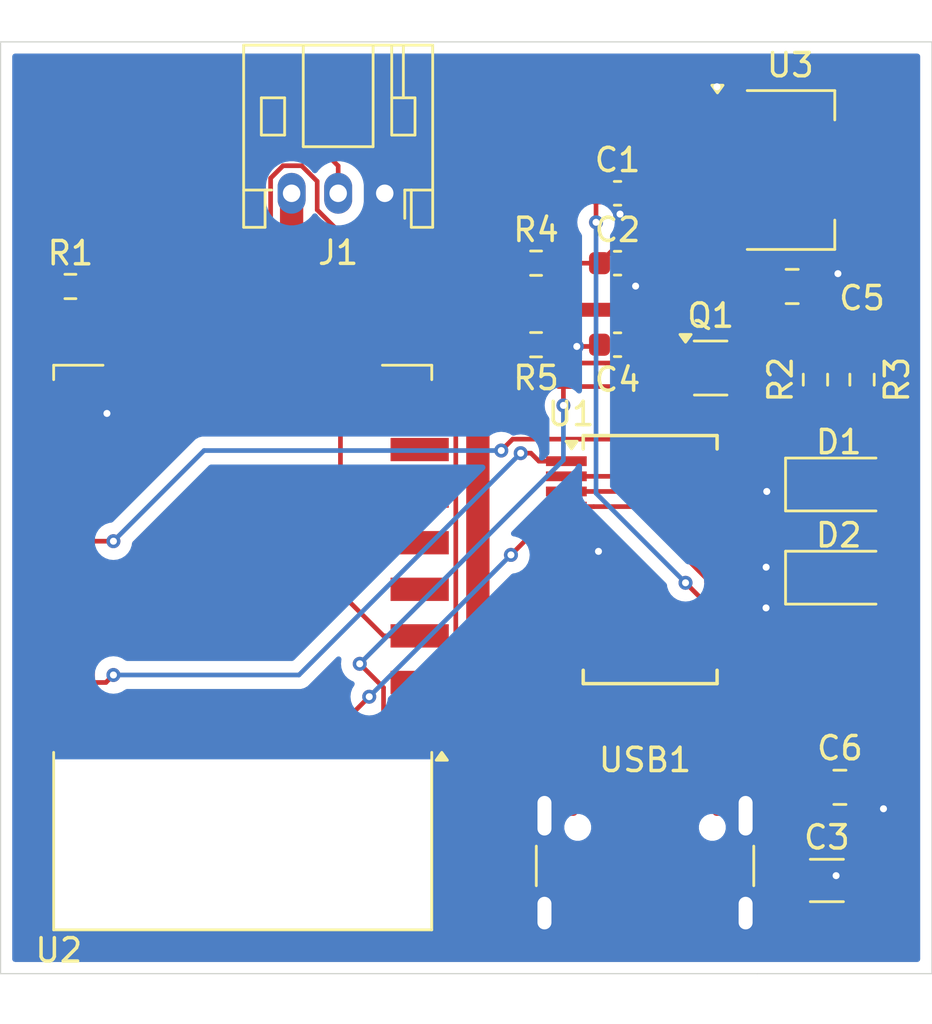
<source format=kicad_pcb>
(kicad_pcb (version 20240108) (generator "pcbnew") (generator_version "8.0")
  (layers (0 "F.Cu" signal) (31 "B.Cu" signal) (34 "B.Paste" user) (35 "F.Paste" user) (36 "B.SilkS" user "B.Silkscreen") (37 "F.SilkS" user "F.Silkscreen") (38 "B.Mask" user) (39 "F.Mask" user) (44 "Edge.Cuts" user))
  (net 0 "")
  (net 1 "GND")
  (net 2 "Net-(J1-Pin_2)")
  (net 3 "+5V")
  (net 4 "Net-(U1-3V3OUT)")
  (net 5 "+3V3")
  (net 6 "Net-(D1-A)")
  (net 7 "Net-(D1-K)")
  (net 8 "Net-(D2-A)")
  (net 9 "Net-(D2-K)")
  (net 10 "RTS")
  (net 11 "Net-(Q1B-C2)")
  (net 12 "DTR")
  (net 13 "Net-(Q1A-C1)")
  (net 14 "Net-(U2-GPIO5)")
  (net 15 "Net-(U2-EN)")
  (net 16 "Net-(USB1-CC2)")
  (net 17 "Net-(USB1-CC1)")
  (net 19 "TX")
  (net 23 "USBD-")
  (net 24 "RX")
  (net 27 "USBD+")
  (footprint "Capacitor_SMD:C_0805_2012Metric" (layer "F.Cu") (at 178 91.5)
    (property "Reference" "C5" (at 3 0.5 0) (layer "F.SilkS"))
    (property "Value" "2.2u")
    (fp_line (start -0.261252 -0.735) (end 0.261252 -0.735) (stroke (width 0.12)) (layer "F.SilkS"))
    (fp_line (start -0.261252 0.735) (end 0.261252 0.735) (stroke (width 0.12)) (layer "F.SilkS"))
    (pad "1" smd roundrect (at -0.95 0) (size 1 1.45) (layers "F.Cu" "F.Paste" "F.Mask") (net 3 "+5V"))
    (pad "2" smd roundrect (at 0.95 0) (size 1 1.45) (layers "F.Cu" "F.Paste" "F.Mask") (net 1 "GND"))
  )
  (footprint "Resistor_SMD:R_0603_1608Metric" (layer "F.Cu") (at 179 95.5 90)
    (property "Reference" "R2" (at 0 -1.5 -90) (layer "F.SilkS"))
    (property "Value" "100")
    (fp_line (start -0.237258 -0.5225) (end 0.237258 -0.5225) (stroke (width 0.12)) (layer "F.SilkS"))
    (fp_line (start -0.237258 0.5225) (end 0.237258 0.5225) (stroke (width 0.12)) (layer "F.SilkS"))
    (pad "1" smd roundrect (at -0.825 0 90) (size 0.8 0.95) (layers "F.Cu" "F.Paste" "F.Mask") (net 6 "Net-(D1-A)"))
    (pad "2" smd roundrect (at 0.825 0 90) (size 0.8 0.95) (layers "F.Cu" "F.Paste" "F.Mask") (net 5 "+3V3"))
  )
  (footprint "Resistor_SMD:R_0603_1608Metric" (layer "F.Cu") (at 167 94 180)
    (property "Reference" "R5" (at 0 -1.43 0) (layer "F.SilkS"))
    (property "Value" "10K")
    (fp_line (start -0.237258 0.5225) (end 0.237258 0.5225) (stroke (width 0.12)) (layer "F.SilkS"))
    (fp_line (start -0.237258 -0.5225) (end 0.237258 -0.5225) (stroke (width 0.12)) (layer "F.SilkS"))
    (pad "1" smd roundrect (at -0.825 0 180) (size 0.8 0.95) (layers "F.Cu" "F.Paste" "F.Mask") (net 5 "+3V3"))
    (pad "2" smd roundrect (at 0.825 0 180) (size 0.8 0.95) (layers "F.Cu" "F.Paste" "F.Mask") (net 13 "Net-(Q1A-C1)"))
  )
  (footprint "Connector_USB:USB_C_Receptacle_GCT_USB4105-xx-A_16P_TopMnt_Horizontal" (layer "F.Cu") (at 171.68 117.325)
    (property "Reference" "USB1" (at 0 -5.5 0) (layer "F.SilkS"))
    (property "Value" "USB4105-GF-A")
    (fp_line (start -4.67 -0.1) (end -4.67 -1.8) (stroke (width 0.12)) (layer "F.SilkS"))
    (fp_line (start 4.67 -0.1) (end 4.67 -1.8) (stroke (width 0.12)) (layer "F.SilkS"))
    (pad "" np_thru_hole circle (at -2.89 -2.605) (size 0.65 0.65) (drill 0.65) (layers "F&B.Cu" "*.Mask"))
    (pad "" np_thru_hole circle (at 2.89 -2.605) (size 0.65 0.65) (drill 0.65) (layers "F&B.Cu" "*.Mask"))
    (pad "A1" smd roundrect (at -3.2 -3.68) (size 0.58 1.15) (layers "F.Cu" "F.Paste" "F.Mask") (net 1 "GND"))
    (pad "A4" smd roundrect (at -2.4 -3.68) (size 0.58 1.15) (layers "F.Cu" "F.Paste" "F.Mask") (net 3 "+5V"))
    (pad "A5" smd roundrect (at -1.25 -3.68) (size 0.28 1.15) (layers "F.Cu" "F.Paste" "F.Mask") (net 17 "Net-(USB1-CC1)"))
    (pad "A6" smd roundrect (at -0.25 -3.68) (size 0.28 1.15) (layers "F.Cu" "F.Paste" "F.Mask") (net 27 "USBD+"))
    (pad "A7" smd roundrect (at 0.25 -3.68) (size 0.28 1.15) (layers "F.Cu" "F.Paste" "F.Mask") (net 23 "USBD-"))
    (pad "A8" smd roundrect (at 1.25 -3.68) (size 0.28 1.15) (layers "F.Cu" "F.Paste" "F.Mask"))
    (pad "A9" smd roundrect (at 2.4 -3.68) (size 0.58 1.15) (layers "F.Cu" "F.Paste" "F.Mask") (net 3 "+5V"))
    (pad "A12" smd roundrect (at 3.2 -3.68) (size 0.58 1.15) (layers "F.Cu" "F.Paste" "F.Mask") (net 1 "GND"))
    (pad "B1" smd roundrect (at 3.2 -3.68) (size 0.58 1.15) (layers "F.Cu" "F.Paste" "F.Mask") (net 1 "GND"))
    (pad "B4" smd roundrect (at 2.4 -3.68) (size 0.58 1.15) (layers "F.Cu" "F.Paste" "F.Mask") (net 3 "+5V"))
    (pad "B5" smd roundrect (at 1.75 -3.68) (size 0.28 1.15) (layers "F.Cu" "F.Paste" "F.Mask") (net 16 "Net-(USB1-CC2)"))
    (pad "B6" smd roundrect (at 0.75 -3.68) (size 0.28 1.15) (layers "F.Cu" "F.Paste" "F.Mask") (net 27 "USBD+"))
    (pad "B7" smd roundrect (at -0.75 -3.68) (size 0.28 1.15) (layers "F.Cu" "F.Paste" "F.Mask") (net 23 "USBD-"))
    (pad "B8" smd roundrect (at -1.75 -3.68) (size 0.28 1.15) (layers "F.Cu" "F.Paste" "F.Mask"))
    (pad "B9" smd roundrect (at -2.4 -3.68) (size 0.58 1.15) (layers "F.Cu" "F.Paste" "F.Mask") (net 3 "+5V"))
    (pad "B12" smd roundrect (at -3.2 -3.68) (size 0.58 1.15) (layers "F.Cu" "F.Paste" "F.Mask") (net 1 "GND"))
    (pad "S1" thru_hole oval (at -4.32 -3.105) (size 1 2.1) (drill oval 0.6 1.7) (layers "*.Cu" "*.Mask" "F.Paste") (net 1 "GND"))
    (pad "S1" thru_hole oval (at -4.32 1.075) (size 1 1.8) (drill oval 0.6 1.4) (layers "*.Cu" "*.Mask" "F.Paste") (net 1 "GND"))
    (pad "S1" thru_hole oval (at 4.32 -3.105) (size 1 2.1) (drill oval 0.6 1.7) (layers "*.Cu" "*.Mask" "F.Paste") (net 1 "GND"))
    (pad "S1" thru_hole oval (at 4.32 1.075) (size 1 1.8) (drill oval 0.6 1.4) (layers "*.Cu" "*.Mask" "F.Paste") (net 1 "GND"))
  )
  (footprint "Capacitor_SMD:C_0603_1608Metric" (layer "F.Cu") (at 170.5 87.5)
    (property "Reference" "C1" (at 0 -1.43 0) (layer "F.SilkS"))
    (property "Value" "100n")
    (fp_line (start -0.14058 -0.51) (end 0.14058 -0.51) (stroke (width 0.12)) (layer "F.SilkS"))
    (fp_line (start -0.14058 0.51) (end 0.14058 0.51) (stroke (width 0.12)) (layer "F.SilkS"))
    (pad "1" smd roundrect (at -0.775 0) (size 0.9 0.95) (layers "F.Cu" "F.Paste" "F.Mask") (net 4 "Net-(U1-3V3OUT)"))
    (pad "2" smd roundrect (at 0.775 0) (size 0.9 0.95) (layers "F.Cu" "F.Paste" "F.Mask") (net 1 "GND"))
  )
  (footprint "LED_SMD:LED_1206_3216Metric" (layer "F.Cu") (at 180 100)
    (property "Reference" "D1" (at 0 -1.82 0) (layer "F.SilkS"))
    (property "Value" "LED")
    (fp_line (start -2.285 -1.135) (end -2.285 1.135) (stroke (width 0.12)) (layer "F.SilkS"))
    (fp_line (start -2.285 1.135) (end 1.6 1.135) (stroke (width 0.12)) (layer "F.SilkS"))
    (fp_line (start 1.6 -1.135) (end -2.285 -1.135) (stroke (width 0.12)) (layer "F.SilkS"))
    (pad "1" smd roundrect (at -1.4 0) (size 1.25 1.75) (layers "F.Cu" "F.Paste" "F.Mask") (roundrect_rratio 0.2) (net 7 "Net-(D1-K)"))
    (pad "2" smd roundrect (at 1.4 0) (size 1.25 1.75) (layers "F.Cu" "F.Paste" "F.Mask") (roundrect_rratio 0.2) (net 6 "Net-(D1-A)"))
  )
  (footprint "Package_SO:SSOP-28_5.3x10.2mm_P0.65mm" (layer "F.Cu") (at 171.9 103.225)
    (property "Reference" "U1" (at -3.4 -6.25 0) (layer "F.SilkS"))
    (property "Value" "FT232RNL")
    (fp_line (start -2.875 -5.325) (end -2.875 -4.75) (stroke (width 0.15)) (layer "F.SilkS"))
    (fp_line (start -2.875 -5.325) (end 2.875 -5.325) (stroke (width 0.15)) (layer "F.SilkS"))
    (fp_line (start -2.875 4.75) (end -2.875 5.325) (stroke (width 0.15)) (layer "F.SilkS"))
    (fp_line (start -2.875 5.325) (end 2.875 5.325) (stroke (width 0.15)) (layer "F.SilkS"))
    (fp_line (start 2.875 -5.325) (end 2.875 -4.75) (stroke (width 0.15)) (layer "F.SilkS"))
    (fp_line (start 2.875 4.75) (end 2.875 5.325) (stroke (width 0.15)) (layer "F.SilkS"))
    (fp_poly (pts (xy -3.375 -4.75) (xy -3.615 -5.08) (xy -3.135 -5.08) (xy -3.375 -4.75)) (stroke (width 0.12)) (fill solid) (layer "F.SilkS"))
    (pad "1" smd rect (at -3.6 -4.225) (size 1.75 0.42) (layers "F.Cu" "F.Paste" "F.Mask") (net 24 "RX"))
    (pad "2" smd rect (at -3.6 -3.575) (size 1.75 0.42) (layers "F.Cu" "F.Paste" "F.Mask") (net 12 "DTR"))
    (pad "3" smd rect (at -3.6 -2.925) (size 1.75 0.42) (layers "F.Cu" "F.Paste" "F.Mask") (net 10 "RTS"))
    (pad "4" smd rect (at -3.6 -2.275) (size 1.75 0.42) (layers "F.Cu" "F.Paste" "F.Mask") (net 5 "+3V3"))
    (pad "5" smd rect (at -3.6 -1.625) (size 1.75 0.42) (layers "F.Cu" "F.Paste" "F.Mask") (net 19 "TX"))
    (pad "6" smd rect (at -3.6 -0.975) (size 1.75 0.42) (layers "F.Cu" "F.Paste" "F.Mask"))
    (pad "7" smd rect (at -3.6 -0.325) (size 1.75 0.42) (layers "F.Cu" "F.Paste" "F.Mask") (net 1 "GND"))
    (pad "8" smd rect (at -3.6 0.325) (size 1.75 0.42) (layers "F.Cu" "F.Paste" "F.Mask"))
    (pad "9" smd rect (at -3.6 0.975) (size 1.75 0.42) (layers "F.Cu" "F.Paste" "F.Mask"))
    (pad "10" smd rect (at -3.6 1.625) (size 1.75 0.42) (layers "F.Cu" "F.Paste" "F.Mask"))
    (pad "11" smd rect (at -3.6 2.275) (size 1.75 0.42) (layers "F.Cu" "F.Paste" "F.Mask"))
    (pad "12" smd rect (at -3.6 2.925) (size 1.75 0.42) (layers "F.Cu" "F.Paste" "F.Mask"))
    (pad "13" smd rect (at -3.6 3.575) (size 1.75 0.42) (layers "F.Cu" "F.Paste" "F.Mask"))
    (pad "14" smd rect (at -3.6 4.225) (size 1.75 0.42) (layers "F.Cu" "F.Paste" "F.Mask"))
    (pad "15" smd rect (at 3.6 4.225) (size 1.75 0.42) (layers "F.Cu" "F.Paste" "F.Mask") (net 27 "USBD+"))
    (pad "16" smd rect (at 3.6 3.575) (size 1.75 0.42) (layers "F.Cu" "F.Paste" "F.Mask") (net 23 "USBD-"))
    (pad "17" smd rect (at 3.6 2.925) (size 1.75 0.42) (layers "F.Cu" "F.Paste" "F.Mask") (net 4 "Net-(U1-3V3OUT)"))
    (pad "18" smd rect (at 3.6 2.275) (size 1.75 0.42) (layers "F.Cu" "F.Paste" "F.Mask") (net 1 "GND"))
    (pad "19" smd rect (at 3.6 1.625) (size 1.75 0.42) (layers "F.Cu" "F.Paste" "F.Mask") (net 4 "Net-(U1-3V3OUT)"))
    (pad "20" smd rect (at 3.6 0.975) (size 1.75 0.42) (layers "F.Cu" "F.Paste" "F.Mask") (net 5 "+3V3"))
    (pad "21" smd rect (at 3.6 0.325) (size 1.75 0.42) (layers "F.Cu" "F.Paste" "F.Mask") (net 1 "GND"))
    (pad "22" smd rect (at 3.6 -0.325) (size 1.75 0.42) (layers "F.Cu" "F.Paste" "F.Mask") (net 7 "Net-(D1-K)"))
    (pad "23" smd rect (at 3.6 -0.975) (size 1.75 0.42) (layers "F.Cu" "F.Paste" "F.Mask") (net 9 "Net-(D2-K)"))
    (pad "24" smd rect (at 3.6 -1.625) (size 1.75 0.42) (layers "F.Cu" "F.Paste" "F.Mask"))
    (pad "25" smd rect (at 3.6 -2.275) (size 1.75 0.42) (layers "F.Cu" "F.Paste" "F.Mask") (net 1 "GND"))
    (pad "26" smd rect (at 3.6 -2.925) (size 1.75 0.42) (layers "F.Cu" "F.Paste" "F.Mask") (net 1 "GND"))
    (pad "27" smd rect (at 3.6 -3.575) (size 1.75 0.42) (layers "F.Cu" "F.Paste" "F.Mask"))
    (pad "28" smd rect (at 3.6 -4.225) (size 1.75 0.42) (layers "F.Cu" "F.Paste" "F.Mask"))
  )
  (footprint "Capacitor_SMD:C_1206_3216Metric" (layer "F.Cu") (at 179.49 117)
    (property "Reference" "C3" (at 0 -1.85 0) (layer "F.SilkS"))
    (property "Value" "10u")
    (fp_line (start -0.711252 -0.91) (end 0.711252 -0.91) (stroke (width 0.12)) (layer "F.SilkS"))
    (fp_line (start -0.711252 0.91) (end 0.711252 0.91) (stroke (width 0.12)) (layer "F.SilkS"))
    (pad "1" smd roundrect (at -1.475 0) (size 1.15 1.8) (layers "F.Cu" "F.Paste" "F.Mask") (roundrect_rratio 0.217391) (net 5 "+3V3"))
    (pad "2" smd roundrect (at 1.475 0) (size 1.15 1.8) (layers "F.Cu" "F.Paste" "F.Mask") (roundrect_rratio 0.217391) (net 1 "GND"))
  )
  (footprint "Capacitor_SMD:C_0805_2012Metric" (layer "F.Cu") (at 180.05 113)
    (property "Reference" "C6" (at 0 -1.68 0) (layer "F.SilkS"))
    (property "Value" "2.2u")
    (fp_line (start -0.261252 -0.735) (end 0.261252 -0.735) (stroke (width 0.12)) (layer "F.SilkS"))
    (fp_line (start -0.261252 0.735) (end 0.261252 0.735) (stroke (width 0.12)) (layer "F.SilkS"))
    (pad "1" smd roundrect (at -0.95 0) (size 1 1.45) (layers "F.Cu" "F.Paste" "F.Mask") (net 5 "+3V3"))
    (pad "2" smd roundrect (at 0.95 0) (size 1 1.45) (layers "F.Cu" "F.Paste" "F.Mask") (net 1 "GND"))
  )
  (footprint "Resistor_SMD:R_0603_1608Metric" (layer "F.Cu") (at 167 90.5)
    (property "Reference" "R4" (at 0 -1.43 0) (layer "F.SilkS"))
    (property "Value" "10K")
    (fp_line (start -0.237258 -0.5225) (end 0.237258 -0.5225) (stroke (width 0.12)) (layer "F.SilkS"))
    (fp_line (start -0.237258 0.5225) (end 0.237258 0.5225) (stroke (width 0.12)) (layer "F.SilkS"))
    (pad "1" smd roundrect (at -0.825 0) (size 0.8 0.95) (layers "F.Cu" "F.Paste" "F.Mask") (net 15 "Net-(U2-EN)"))
    (pad "2" smd roundrect (at 0.825 0) (size 0.8 0.95) (layers "F.Cu" "F.Paste" "F.Mask") (net 5 "+3V3"))
  )
  (footprint "Connector_JST:JST_PH_S3B-PH-K_1x03_P2.00mm_Horizontal" (layer "F.Cu") (at 160.5 87.5 180)
    (property "Reference" "J1" (at 2 -2.55 0) (layer "F.SilkS"))
    (property "Value" "Conn_01x03_Pin")
    (fp_line (start 6.06 6.36) (end 6.06 -1.46) (stroke (width 0.12)) (layer "F.SilkS"))
    (fp_line (start 6.06 0.14) (end 5.14 0.14) (stroke (width 0.12)) (layer "F.SilkS"))
    (fp_line (start 6.06 -1.46) (end 5.14 -1.46) (stroke (width 0.12)) (layer "F.SilkS"))
    (fp_line (start 5.3 4.1) (end 4.3 4.1) (stroke (width 0.12)) (layer "F.SilkS"))
    (fp_line (start 5.3 2.5) (end 5.3 4.1) (stroke (width 0.12)) (layer "F.SilkS"))
    (fp_line (start 5.14 0.14) (end 4.86 0.14) (stroke (width 0.12)) (layer "F.SilkS"))
    (fp_line (start 5.14 -1.46) (end 5.14 0.14) (stroke (width 0.12)) (layer "F.SilkS"))
    (fp_line (start 4.3 4.1) (end 4.3 2.5) (stroke (width 0.12)) (layer "F.SilkS"))
    (fp_line (start 4.3 2.5) (end 5.3 2.5) (stroke (width 0.12)) (layer "F.SilkS"))
    (fp_line (start 3.5 2) (end 3.5 6.36) (stroke (width 0.12)) (layer "F.SilkS"))
    (fp_line (start 0.5 6.36) (end 0.5 2) (stroke (width 0.12)) (layer "F.SilkS"))
    (fp_line (start 0.5 2) (end 3.5 2) (stroke (width 0.12)) (layer "F.SilkS"))
    (fp_line (start -0.3 4.1) (end -0.3 6.36) (stroke (width 0.12)) (layer "F.SilkS"))
    (fp_line (start -0.3 4.1) (end -0.3 2.5) (stroke (width 0.12)) (layer "F.SilkS"))
    (fp_line (start -0.3 2.5) (end -1.3 2.5) (stroke (width 0.12)) (layer "F.SilkS"))
    (fp_line (start -0.8 4.1) (end -0.8 6.36) (stroke (width 0.12)) (layer "F.SilkS"))
    (fp_line (start -0.86 0.14) (end -0.86 -1.075) (stroke (width 0.12)) (layer "F.SilkS"))
    (fp_line (start -0.86 0.14) (end -1.14 0.14) (stroke (width 0.12)) (layer "F.SilkS"))
    (fp_line (start -1.14 0.14) (end -1.14 -1.46) (stroke (width 0.12)) (layer "F.SilkS"))
    (fp_line (start -1.14 -1.46) (end -2.06 -1.46) (stroke (width 0.12)) (layer "F.SilkS"))
    (fp_line (start -1.3 4.1) (end -0.3 4.1) (stroke (width 0.12)) (layer "F.SilkS"))
    (fp_line (start -1.3 2.5) (end -1.3 4.1) (stroke (width 0.12)) (layer "F.SilkS"))
    (fp_line (start -2.06 6.36) (end 6.06 6.36) (stroke (width 0.12)) (layer "F.SilkS"))
    (fp_line (start -2.06 0.14) (end -1.14 0.14) (stroke (width 0.12)) (layer "F.SilkS"))
    (fp_line (start -2.06 -1.46) (end -2.06 6.36) (stroke (width 0.12)) (layer "F.SilkS"))
    (pad "1" thru_hole roundrect (at 0 0 180) (size 1.2 1.75) (drill 0.75) (layers "*.Cu" "*.Mask") (roundrect_rratio 0.208333) (net 1 "GND"))
    (pad "2" thru_hole oval (at 2 0 180) (size 1.2 1.75) (drill 0.75) (layers "*.Cu" "*.Mask") (net 2 "Net-(J1-Pin_2)"))
    (pad "3" thru_hole oval (at 4 0 180) (size 1.2 1.75) (drill 0.75) (layers "*.Cu" "*.Mask") (net 3 "+5V"))
  )
  (footprint "LED_SMD:LED_1206_3216Metric" (layer "F.Cu") (at 180 104)
    (property "Reference" "D2" (at 0 -1.82 0) (layer "F.SilkS"))
    (property "Value" "LED")
    (fp_line (start -2.285 -1.135) (end -2.285 1.135) (stroke (width 0.12)) (layer "F.SilkS"))
    (fp_line (start -2.285 1.135) (end 1.6 1.135) (stroke (width 0.12)) (layer "F.SilkS"))
    (fp_line (start 1.6 -1.135) (end -2.285 -1.135) (stroke (width 0.12)) (layer "F.SilkS"))
    (pad "1" smd roundrect (at -1.4 0) (size 1.25 1.75) (layers "F.Cu" "F.Paste" "F.Mask") (roundrect_rratio 0.2) (net 9 "Net-(D2-K)"))
    (pad "2" smd roundrect (at 1.4 0) (size 1.25 1.75) (layers "F.Cu" "F.Paste" "F.Mask") (roundrect_rratio 0.2) (net 8 "Net-(D2-A)"))
  )
  (footprint "Package_TO_SOT_SMD:SOT-363_SC-70-6" (layer "F.Cu") (at 174.5 95)
    (property "Reference" "Q1" (at 0 -2.25 0) (layer "F.SilkS"))
    (property "Value" "UMH3N")
    (fp_line (start -0.71 -1.16) (end 0.7 -1.16) (stroke (width 0.12)) (layer "F.SilkS"))
    (fp_line (start -0.7 1.16) (end 0.7 1.16) (stroke (width 0.12)) (layer "F.SilkS"))
    (fp_poly (pts (xy -1.08 -1.11) (xy -1.32 -1.44) (xy -0.84 -1.44) (xy -1.08 -1.11)) (stroke (width 0.12)) (fill solid) (layer "F.SilkS"))
    (pad "1" smd roundrect (at -0.95 -0.65) (size 0.65 0.4) (layers "F.Cu" "F.Paste" "F.Mask") (net 10 "RTS"))
    (pad "2" smd roundrect (at -0.95 0) (size 0.65 0.4) (layers "F.Cu" "F.Paste" "F.Mask") (net 12 "DTR"))
    (pad "3" smd roundrect (at -0.95 0.65) (size 0.65 0.4) (layers "F.Cu" "F.Paste" "F.Mask") (net 11 "Net-(Q1B-C2)"))
    (pad "4" smd roundrect (at 0.95 0.65) (size 0.65 0.4) (layers "F.Cu" "F.Paste" "F.Mask") (net 12 "DTR"))
    (pad "5" smd roundrect (at 0.95 0) (size 0.65 0.4) (layers "F.Cu" "F.Paste" "F.Mask") (net 10 "RTS"))
    (pad "6" smd roundrect (at 0.95 -0.65) (size 0.65 0.4) (layers "F.Cu" "F.Paste" "F.Mask") (net 13 "Net-(Q1A-C1)"))
  )
  (footprint "Resistor_SMD:R_0603_1608Metric" (layer "F.Cu") (at 147 91.5)
    (property "Reference" "R1" (at 0 -1.43 0) (layer "F.SilkS"))
    (property "Value" "330")
    (fp_line (start -0.237258 -0.5225) (end 0.237258 -0.5225) (stroke (width 0.12)) (layer "F.SilkS"))
    (fp_line (start -0.237258 0.5225) (end 0.237258 0.5225) (stroke (width 0.12)) (layer "F.SilkS"))
    (pad "1" smd roundrect (at -0.825 0) (size 0.8 0.95) (layers "F.Cu" "F.Paste" "F.Mask") (net 14 "Net-(U2-GPIO5)"))
    (pad "2" smd roundrect (at 0.825 0) (size 0.8 0.95) (layers "F.Cu" "F.Paste" "F.Mask") (net 2 "Net-(J1-Pin_2)"))
  )
  (footprint "Resistor_SMD:R_0603_1608Metric" (layer "F.Cu") (at 181 95.5 90)
    (property "Reference" "R3" (at 0 1.5 90) (layer "F.SilkS"))
    (property "Value" "100")
    (fp_line (start -0.237258 -0.5225) (end 0.237258 -0.5225) (stroke (width 0.12)) (layer "F.SilkS"))
    (fp_line (start -0.237258 0.5225) (end 0.237258 0.5225) (stroke (width 0.12)) (layer "F.SilkS"))
    (pad "1" smd roundrect (at -0.825 0 90) (size 0.8 0.95) (layers "F.Cu" "F.Paste" "F.Mask") (net 8 "Net-(D2-A)"))
    (pad "2" smd roundrect (at 0.825 0 90) (size 0.8 0.95) (layers "F.Cu" "F.Paste" "F.Mask") (net 5 "+3V3"))
  )
  (footprint "Capacitor_SMD:C_0603_1608Metric" (layer "F.Cu") (at 170.5 90.5)
    (property "Reference" "C2" (at 0 -1.43 0) (layer "F.SilkS"))
    (property "Value" "100n")
    (fp_line (start -0.14058 -0.51) (end 0.14058 -0.51) (stroke (width 0.12)) (layer "F.SilkS"))
    (fp_line (start -0.14058 0.51) (end 0.14058 0.51) (stroke (width 0.12)) (layer "F.SilkS"))
    (pad "1" smd roundrect (at -0.775 0) (size 0.9 0.95) (layers "F.Cu" "F.Paste" "F.Mask") (net 5 "+3V3"))
    (pad "2" smd roundrect (at 0.775 0) (size 0.9 0.95) (layers "F.Cu" "F.Paste" "F.Mask") (net 1 "GND"))
  )
  (footprint "Capacitor_SMD:C_0603_1608Metric" (layer "F.Cu") (at 170.5 94)
    (property "Reference" "C4" (at 0 1.5 0) (layer "F.SilkS"))
    (property "Value" "100n")
    (fp_line (start -0.14058 -0.51) (end 0.14058 -0.51) (stroke (width 0.12)) (layer "F.SilkS"))
    (fp_line (start -0.14058 0.51) (end 0.14058 0.51) (stroke (width 0.12)) (layer "F.SilkS"))
    (pad "1" smd roundrect (at -0.775 0) (size 0.9 0.95) (layers "F.Cu" "F.Paste" "F.Mask") (net 1 "GND"))
    (pad "2" smd roundrect (at 0.775 0) (size 0.9 0.95) (layers "F.Cu" "F.Paste" "F.Mask") (net 5 "+3V3"))
  )
  (footprint "RF_Module:ESP-12E" (layer "F.Cu") (at 154.4 107 180)
    (property "Reference" "U2" (at 7.9 -13 0) (layer "F.SilkS"))
    (property "Value" "ESP-12F")
    (fp_line (start 8.12 12.12) (end 6 12.12) (stroke (width 0.12)) (layer "F.SilkS"))
    (fp_line (start 8.12 11.5) (end 8.12 12.12) (stroke (width 0.12)) (layer "F.SilkS"))
    (fp_line (start 8.12 -12.12) (end 8.12 -4.5) (stroke (width 0.12)) (layer "F.SilkS"))
    (fp_line (start -6 12.12) (end -8.12 12.12) (stroke (width 0.12)) (layer "F.SilkS"))
    (fp_line (start -8.12 12.12) (end -8.12 11.5) (stroke (width 0.12)) (layer "F.SilkS"))
    (fp_line (start -8.12 -4.5) (end -8.12 -12.12) (stroke (width 0.12)) (layer "F.SilkS"))
    (fp_line (start -8.12 -12.12) (end 8.12 -12.12) (stroke (width 0.12)) (layer "F.SilkS"))
    (fp_poly (pts (xy -8.55 -4.5) (xy -8.79 -4.836) (xy -8.31 -4.836) (xy -8.55 -4.5)) (stroke (width 0.12)) (fill solid) (layer "F.SilkS"))
    (pad "1" smd rect (at -7.6 -3.5 180) (size 2.5 1) (layers "F.Cu" "F.Paste" "F.Mask") (net 13 "Net-(Q1A-C1)"))
    (pad "2" smd rect (at -7.6 -1.5 180) (size 2.5 1) (layers "F.Cu" "F.Paste" "F.Mask"))
    (pad "3" smd rect (at -7.6 0.5 180) (size 2.5 1) (layers "F.Cu" "F.Paste" "F.Mask") (net 15 "Net-(U2-EN)"))
    (pad "4" smd rect (at -7.6 2.5 180) (size 2.5 1) (layers "F.Cu" "F.Paste" "F.Mask"))
    (pad "5" smd rect (at -7.6 4.5 180) (size 2.5 1) (layers "F.Cu" "F.Paste" "F.Mask"))
    (pad "6" smd rect (at -7.6 6.5 180) (size 2.5 1) (layers "F.Cu" "F.Paste" "F.Mask"))
    (pad "7" smd rect (at -7.6 8.5 180) (size 2.5 1) (layers "F.Cu" "F.Paste" "F.Mask"))
    (pad "8" smd rect (at -7.6 10.5 180) (size 2.5 1) (layers "F.Cu" "F.Paste" "F.Mask") (net 5 "+3V3"))
    (pad "9" smd rect (at -5 12 180) (size 1 1.8) (layers "F.Cu" "F.Paste" "F.Mask"))
    (pad "10" smd rect (at -3 12 180) (size 1 1.8) (layers "F.Cu" "F.Paste" "F.Mask"))
    (pad "11" smd rect (at -1 12 180) (size 1 1.8) (layers "F.Cu" "F.Paste" "F.Mask"))
    (pad "12" smd rect (at 1 12 180) (size 1 1.8) (layers "F.Cu" "F.Paste" "F.Mask"))
    (pad "13" smd rect (at 3 12 180) (size 1 1.8) (layers "F.Cu" "F.Paste" "F.Mask"))
    (pad "14" smd rect (at 5 12 180) (size 1 1.8) (layers "F.Cu" "F.Paste" "F.Mask"))
    (pad "15" smd rect (at 7.6 10.5 180) (size 2.5 1) (layers "F.Cu" "F.Paste" "F.Mask") (net 1 "GND"))
    (pad "16" smd rect (at 7.6 8.5 180) (size 2.5 1) (layers "F.Cu" "F.Paste" "F.Mask") (net 1 "GND"))
    (pad "17" smd rect (at 7.6 6.5 180) (size 2.5 1) (layers "F.Cu" "F.Paste" "F.Mask"))
    (pad "18" smd rect (at 7.6 4.5 180) (size 2.5 1) (layers "F.Cu" "F.Paste" "F.Mask") (net 11 "Net-(Q1B-C2)"))
    (pad "19" smd rect (at 7.6 2.5 180) (size 2.5 1) (layers "F.Cu" "F.Paste" "F.Mask"))
    (pad "20" smd rect (at 7.6 0.5 180) (size 2.5 1) (layers "F.Cu" "F.Paste" "F.Mask") (net 14 "Net-(U2-GPIO5)"))
    (pad "21" smd rect (at 7.6 -1.5 180) (size 2.5 1) (layers "F.Cu" "F.Paste" "F.Mask") (net 24 "RX"))
    (pad "22" smd rect (at 7.6 -3.5 180) (size 2.5 1) (layers "F.Cu" "F.Paste" "F.Mask") (net 19 "TX"))
    (zone (net 0) (net_name "") (layers "*.Cu") (connect_pads (clearance 0)) (min_thickness 0.254)
      (keepout (tracks not_allowed) (vias not_allowed) (pads not_allowed) (copperpour not_allowed) (footprints not_allowed))
      (fill (thermal_gap 0.508) (thermal_bridge_width 0.508))
      (polygon (pts (xy 162.52 111.8) (xy 146.28 111.8) (xy 146.28 119.12) (xy 162.52 119.12)))
    )
  )
  (footprint "Package_TO_SOT_SMD:SOT-223-3_TabPin2" (layer "F.Cu") (at 177.92 86.5)
    (property "Reference" "U3" (at 0 -4.5 0) (layer "F.SilkS"))
    (property "Value" "LM1117MP-3.3")
    (fp_line (start -1.85 -3.41) (end 1.91 -3.41) (stroke (width 0.12)) (layer "F.SilkS"))
    (fp_line (start -1.85 3.41) (end 1.91 3.41) (stroke (width 0.12)) (layer "F.SilkS"))
    (fp_line (start 1.91 -3.41) (end 1.91 -2.15) (stroke (width 0.12)) (layer "F.SilkS"))
    (fp_line (start 1.91 3.41) (end 1.91 2.15) (stroke (width 0.12)) (layer "F.SilkS"))
    (fp_poly (pts (xy -3.13 -3.31) (xy -3.37 -3.64) (xy -2.89 -3.64) (xy -3.13 -3.31)) (stroke (width 0.12)) (fill solid) (layer "F.SilkS"))
    (pad "1" smd roundrect (at -3.15 -2.3) (size 2 1.5) (layers "F.Cu" "F.Paste" "F.Mask") (net 1 "GND"))
    (pad "2" smd roundrect (at -3.15 0) (size 2 1.5) (layers "F.Cu" "F.Paste" "F.Mask") (net 5 "+3V3"))
    (pad "2" smd roundrect (at 3.15 0) (size 2 3.8) (layers "F.Cu" "F.Paste" "F.Mask") (net 5 "+3V3"))
    (pad "3" smd roundrect (at -3.15 2.3) (size 2 1.5) (layers "F.Cu" "F.Paste" "F.Mask") (net 3 "+5V"))
  )
  (gr_line (start 144 81) (end 184 81) (stroke (width 0.05)) (layer "Edge.Cuts"))
  (gr_line (start 184 81) (end 184 121) (stroke (width 0.05)) (layer "Edge.Cuts"))
  (gr_line (start 144 121) (end 144 81) (stroke (width 0.05)) (layer "Edge.Cuts"))
  (gr_line (start 176.5 121) (end 144 121) (stroke (width 0.05)) (layer "Edge.Cuts"))
  (gr_line (start 184 121) (end 176.5 121) (stroke (width 0.05)) (layer "Edge.Cuts"))
  (segment (start 180.7577 116.7927) (end 180.965 117) (width 0.2) (layer "F.Cu") (net 1))
  (segment (start 179.8862 116.7927) (end 180.7577 116.7927) (width 0.2) (layer "F.Cu") (net 1))
  (segment (start 171.275 87.7231) (end 171.275 87.5) (width 0.2) (layer "F.Cu") (net 1))
  (segment (start 175.455 114.22) (end 174.88 113.645) (width 0.58) (layer "F.Cu") (net 1))
  (segment (start 176.6767 105.5) (end 176.6767 105.4985) (width 0.2) (layer "F.Cu") (net 1))
  (segment (start 148.3517 96.95) (end 148.3517 96.5) (width 0.2) (layer "F.Cu") (net 1))
  (segment (start 169.725 94) (end 169.6511 94.0739) (width 0.2) (layer "F.Cu") (net 1))
  (segment (start 170.6059 88.3922) (end 171.275 87.7231) (width 0.2) (layer "F.Cu") (net 1))
  (segment (start 146.8 98.5) (end 147.5759 98.5) (width 0.2) (layer "F.Cu") (net 1))
  (segment (start 176.6767 105.4985) (end 176.877 105.2982) (width 0.2) (layer "F.Cu") (net 1))
  (segment (start 175.5 105.5) (end 176.6767 105.5) (width 0.2) (layer "F.Cu") (net 1))
  (segment (start 175.5 100.3) (end 176.6767 100.3) (width 0.2) (layer "F.Cu") (net 1))
  (segment (start 181.9212 113.9212) (end 181 113) (width 0.2) (layer "F.Cu") (net 1))
  (segment (start 148.3517 97.7242) (end 148.3517 96.95) (width 0.2) (layer "F.Cu") (net 1))
  (segment (start 175.5 100.95) (end 176.6767 100.95) (width 0.2) (layer "F.Cu") (net 1))
  (segment (start 148.5682 96.95) (end 148.3517 96.95) (width 0.2) (layer "F.Cu") (net 1))
  (segment (start 176.9092 100.3) (end 176.6767 100.3) (width 0.2) (layer "F.Cu") (net 1))
  (segment (start 174.77 84.2) (end 174.77 82.926) (width 0.2) (layer "F.Cu") (net 1))
  (segment (start 146.8 96.5) (end 148.3517 96.5) (width 0.2) (layer "F.Cu") (net 1))
  (segment (start 169.6807 102.8713) (end 169.5054 102.8713) (width 0.2) (layer "F.Cu") (net 1))
  (segment (start 179.9647 90.9492) (end 179.5008 90.9492) (width 0.2) (layer "F.Cu") (net 1))
  (segment (start 179.5008 90.9492) (end 178.95 91.5) (width 0.2) (layer "F.Cu") (net 1))
  (segment (start 169.6511 94.0739) (end 168.75 94.0739) (width 0.2) (layer "F.Cu") (net 1))
  (segment (start 176 114.22) (end 175.455 114.22) (width 0.58) (layer "F.Cu") (net 1))
  (segment (start 147.5759 98.5) (end 148.3517 97.7242) (width 0.2) (layer "F.Cu") (net 1))
  (segment (start 176.6767 100.95) (end 176.6767 100.3) (width 0.2) (layer "F.Cu") (net 1))
  (segment (start 167.36 114.22) (end 167.905 114.22) (width 0.58) (layer "F.Cu") (net 1))
  (segment (start 171.275 90.5) (end 171.275 91.4838) (width 0.2) (layer "F.Cu") (net 1))
  (segment (start 169.5054 102.8713) (end 169.4767 102.9) (width 0.2) (layer "F.Cu") (net 1))
  (segment (start 176.8815 103.55) (end 175.5 103.55) (width 0.2) (layer "F.Cu") (net 1))
  (segment (start 167.905 114.22) (end 168.48 113.645) (width 0.58) (layer "F.Cu") (net 1))
  (segment (start 168.3 102.9) (end 169.4767 102.9) (width 0.2) (layer "F.Cu") (net 1))
  (via (at 179.8862 116.7927) (size 0.6) (drill 0.3) (layers "F.Cu" "B.Cu") (net 1))
  (via (at 168.75 94.0739) (size 0.6) (drill 0.3) (layers "F.Cu" "B.Cu") (net 1))
  (via (at 176.877 105.2982) (size 0.6) (drill 0.3) (layers "F.Cu" "B.Cu") (net 1))
  (via (at 171.275 91.4838) (size 0.6) (drill 0.3) (layers "F.Cu" "B.Cu") (net 1))
  (via (at 176.8815 103.55) (size 0.6) (drill 0.3) (layers "F.Cu" "B.Cu") (net 1))
  (via (at 179.9647 90.9492) (size 0.6) (drill 0.3) (layers "F.Cu" "B.Cu") (net 1))
  (via (at 181.9212 113.9212) (size 0.6) (drill 0.3) (layers "F.Cu" "B.Cu") (net 1))
  (via (at 169.6807 102.8713) (size 0.6) (drill 0.3) (layers "F.Cu" "B.Cu") (net 1))
  (via (at 148.5682 96.95) (size 0.6) (drill 0.3) (layers "F.Cu" "B.Cu") (net 1))
  (via (at 170.6059 88.3922) (size 0.6) (drill 0.3) (layers "F.Cu" "B.Cu") (net 1))
  (via (at 176.9092 100.3) (size 0.6) (drill 0.3) (layers "F.Cu" "B.Cu") (net 1))
  (via (at 174.77 82.926) (size 0.6) (drill 0.3) (layers "F.Cu" "B.Cu") (net 1))
  (segment (start 153.4186 85.9064) (end 147.825 91.5) (width 0.2) (layer "F.Cu") (net 2))
  (segment (start 158.0831 85.9064) (end 153.4186 85.9064) (width 0.2) (layer "F.Cu") (net 2))
  (segment (start 158.5 86.3233) (end 158.0831 85.9064) (width 0.2) (layer "F.Cu") (net 2))
  (segment (start 158.5 87.5) (end 158.5 86.3233) (width 0.2) (layer "F.Cu") (net 2))
  (segment (start 174.77 90.23) (end 174.25 90.75) (width 0.6) (layer "F.Cu") (net 3))
  (segment (start 164.5 110.5) (end 169 110.5) (width 1) (layer "F.Cu") (net 3))
  (segment (start 174.77 88.8) (end 174.77 90.23) (width 0.6) (layer "F.Cu") (net 3))
  (segment (start 156.5 90.5) (end 156.5 87.5) (width 1) (layer "F.Cu") (net 3))
  (segment (start 174.25 90.75) (end 173.5 91.5) (width 0.6) (layer "F.Cu") (net 3))
  (segment (start 173.5 91.5) (end 174.5 91.5) (width 0.6) (layer "F.Cu") (net 3))
  (segment (start 172.5 92.5) (end 173.5 91.5) (width 0.6) (layer "F.Cu") (net 3))
  (segment (start 173.5 91.5) (end 172.5 92.5) (width 0.6) (layer "F.Cu") (net 3))
  (segment (start 169.28 110.78) (end 169 110.5) (width 0.6) (layer "F.Cu") (net 3))
  (segment (start 169.28 113.645) (end 169.28 110.78) (width 0.6) (layer "F.Cu") (net 3))
  (segment (start 174.25 90.75) (end 174.25 91.25) (width 0.6) (layer "F.Cu") (net 3))
  (segment (start 164.5 93) (end 164 92.5) (width 1) (layer "F.Cu") (net 3))
  (segment (start 169 110.5) (end 173.5 110.5) (width 0.6) (layer "F.Cu") (net 3))
  (segment (start 173.5 110.5) (end 174.08 111.08) (width 0.6) (layer "F.Cu") (net 3))
  (segment (start 165 92.5) (end 172.5 92.5) (width 0.6) (layer "F.Cu") (net 3))
  (segment (start 174.5 91.5) (end 177.05 91.5) (width 0.6) (layer "F.Cu") (net 3))
  (segment (start 164.5 93) (end 165 92.5) (width 0.6) (layer "F.Cu") (net 3))
  (segment (start 174.25 91.25) (end 174.5 91.5) (width 0.6) (layer "F.Cu") (net 3))
  (segment (start 164.5 93) (end 164.5 110.5) (width 1) (layer "F.Cu") (net 3))
  (segment (start 158.5 92.5) (end 156.5 90.5) (width 1) (layer "F.Cu") (net 3))
  (segment (start 164 92.5) (end 158.5 92.5) (width 1) (layer "F.Cu") (net 3))
  (segment (start 174.08 111.08) (end 174.08 113.645) (width 0.6) (layer "F.Cu") (net 3))
  (segment (start 175.5 104.85) (end 174.3233 104.85) (width 0.2) (layer "F.Cu") (net 4))
  (segment (start 175.5 106.15) (end 174.3233 106.15) (width 0.2) (layer "F.Cu") (net 4))
  (segment (start 174.3233 106.15) (end 174.3233 104.85) (width 0.2) (layer "F.Cu") (net 4))
  (segment (start 174.3233 104.85) (end 174.0488 104.85) (width 0.2) (layer "F.Cu") (net 4))
  (segment (start 169.575 88.7447) (end 169.575 87.65) (width 0.2) (layer "F.Cu") (net 4))
  (segment (start 169.575 87.65) (end 169.725 87.5) (width 0.2) (layer "F.Cu") (net 4))
  (segment (start 174.0488 104.85) (end 173.4192 104.2204) (width 0.2) (layer "F.Cu") (net 4))
  (via (at 169.575 88.7447) (size 0.6) (drill 0.3) (layers "F.Cu" "B.Cu") (net 4))
  (via (at 173.4192 104.2204) (size 0.6) (drill 0.3) (layers "F.Cu" "B.Cu") (net 4))
  (segment (start 173.4192 104.2204) (end 169.575 100.3762) (width 0.2) (layer "B.Cu") (net 4))
  (segment (start 169.575 100.3762) (end 169.575 88.7447) (width 0.2) (layer "B.Cu") (net 4))
  (segment (start 176.6728 93.426) (end 171.849 93.426) (width 0.2) (layer "F.Cu") (net 5))
  (segment (start 176.6728 94.613) (end 176.7348 94.675) (width 0.2) (layer "F.Cu") (net 5))
  (segment (start 175.5 104.2) (end 174.3233 104.2) (width 0.2) (layer "F.Cu") (net 5))
  (segment (start 175.8777 96.7078) (end 176.7348 95.8507) (width 0.2) (layer "F.Cu") (net 5))
  (segment (start 163.5517 112.1545) (end 163.5517 96.5) (width 0.2) (layer "F.Cu") (net 5))
  (segment (start 170.4885 94.7865) (end 171.275 94) (width 0.2) (layer "F.Cu") (net 5))
  (segment (start 178.015 114.085) (end 179.1 113) (width 0.2) (layer "F.Cu") (net 5))
  (segment (start 174.3233 104.0409) (end 174.3233 104.2) (width 0.2) (layer "F.Cu") (net 5))
  (segment (start 173.725 86.5) (end 174.77 86.5) (width 0.2) (layer "F.Cu") (net 5))
  (segment (start 181 94.675) (end 179 94.675) (width 0.2) (layer "F.Cu") (net 5))
  (segment (start 171.849 93.426) (end 171.275 94) (width 0.2) (layer "F.Cu") (net 5))
  (segment (start 177.917 92.1818) (end 176.6728 93.426) (width 0.2) (layer "F.Cu") (net 5))
  (segment (start 169.4767 100.95) (end 171.2324 100.95) (width 0.2) (layer "F.Cu") (net 5))
  (segment (start 181.07 86.5) (end 177.917 86.5) (width 0.2) (layer "F.Cu") (net 5))
  (segment (start 175.6761 96.7078) (end 175.8777 96.7078) (width 0.2) (layer "F.Cu") (net 5))
  (segment (start 162 96.5) (end 163.5517 96.5) (width 0.2) (layer "F.Cu") (net 5))
  (segment (start 177.917 86.5) (end 174.77 86.5) (width 0.2) (layer "F.Cu") (net 5))
  (segment (start 179 94.675) (end 176.7348 94.675) (width 0.2) (layer "F.Cu") (net 5))
  (segment (start 176.7348 95.8507) (end 176.7348 94.675) (width 0.2) (layer "F.Cu") (net 5))
  (segment (start 167.825 90.5) (end 169.725 90.5) (width 0.2) (layer "F.Cu") (net 5))
  (segment (start 167.825 94) (end 168.6115 94.7865) (width 0.2) (layer "F.Cu") (net 5))
  (segment (start 177.917 86.5) (end 177.917 92.1818) (width 0.2) (layer "F.Cu") (net 5))
  (segment (start 171.3332 101.0507) (end 174.3233 104.0409) (width 0.2) (layer "F.Cu") (net 5))
  (segment (start 175.5 104.2) (end 176.6767 104.2) (width 0.2) (layer "F.Cu") (net 5))
  (segment (start 168.3 100.95) (end 169.4767 100.95) (width 0.2) (layer "F.Cu") (net 5))
  (segment (start 167.8976 116.5004) (end 163.5517 112.1545) (width 0.2) (layer "F.Cu") (net 5))
  (segment (start 171.2324 100.95) (end 171.3332 101.0507) (width 0.2) (layer "F.Cu") (net 5))
  (segment (start 169.725 90.5) (end 173.725 86.5) (width 0.2) (layer "F.Cu") (net 5))
  (segment (start 171.3332 101.0507) (end 175.6761 96.7078) (width 0.2) (layer "F.Cu") (net 5))
  (segment (start 168.6115 94.7865) (end 170.4885 94.7865) (width 0.2) (layer "F.Cu") (net 5))
  (segment (start 179.1 106.6233) (end 179.1 113) (width 0.2) (layer "F.Cu") (net 5))
  (segment (start 178.015 116.5004) (end 178.015 114.085) (width 0.2) (layer "F.Cu") (net 5))
  (segment (start 176.6767 104.2) (end 179.1 106.6233) (width 0.2) (layer "F.Cu") (net 5))
  (segment (start 176.6728 93.426) (end 176.6728 94.613) (width 0.2) (layer "F.Cu") (net 5))
  (segment (start 178.015 116.5004) (end 167.8976 116.5004) (width 0.2) (layer "F.Cu") (net 5))
  (segment (start 178.015 117) (end 178.015 116.5004) (width 0.2) (layer "F.Cu") (net 5))
  (segment (start 181.4 100) (end 181.7888 99.6112) (width 0.2) (layer "F.Cu") (net 6))
  (segment (start 181.7888 99.6112) (end 181.7888 95.8622) (width 0.2) (layer "F.Cu") (net 6))
  (segment (start 179.7345 95.5905) (end 179 96.325) (width 0.2) (layer "F.Cu") (net 6))
  (segment (start 181.7888 95.8622) (end 181.5171 95.5905) (width 0.2) (layer "F.Cu") (net 6))
  (segment (start 181.5171 95.5905) (end 179.7345 95.5905) (width 0.2) (layer "F.Cu") (net 6))
  (segment (start 175.5 102.9) (end 174.3233 102.9) (width 0.2) (layer "F.Cu") (net 7))
  (segment (start 174.3233 98.65) (end 174.3233 102.9) (width 0.2) (layer "F.Cu") (net 7))
  (segment (start 174.521 98.4523) (end 174.3233 98.65) (width 0.2) (layer "F.Cu") (net 7))
  (segment (start 177.0523 98.4523) (end 174.521 98.4523) (width 0.2) (layer "F.Cu") (net 7))
  (segment (start 178.6 100) (end 177.0523 98.4523) (width 0.2) (layer "F.Cu") (net 7))
  (segment (start 180.4723 96.8527) (end 181 96.325) (width 0.2) (layer "F.Cu") (net 8))
  (segment (start 181.4 104) (end 180.4723 103.0723) (width 0.2) (layer "F.Cu") (net 8))
  (segment (start 180.4723 103.0723) (end 180.4723 96.8527) (width 0.2) (layer "F.Cu") (net 8))
  (segment (start 176.85 102.25) (end 178.6 104) (width 0.2) (layer "F.Cu") (net 9))
  (segment (start 175.5 102.25) (end 176.85 102.25) (width 0.2) (layer "F.Cu") (net 9))
  (segment (start 175.8527 96.1647) (end 175.287 96.1647) (width 0.2) (layer "F.Cu") (net 10))
  (segment (start 175.287 96.1647) (end 171.1517 100.3) (width 0.2) (layer "F.Cu") (net 10))
  (segment (start 175.45 95) (end 175.6983 95) (width 0.2) (layer "F.Cu") (net 10))
  (segment (start 173.55 94.35) (end 174.3128 94.35) (width 0.2) (layer "F.Cu") (net 10))
  (segment (start 174.3128 94.35) (end 174.9628 95) (width 0.2) (layer "F.Cu") (net 10))
  (segment (start 171.1517 100.3) (end 168.3 100.3) (width 0.2) (layer "F.Cu") (net 10))
  (segment (start 174.9628 95) (end 175.45 95) (width 0.2) (layer "F.Cu") (net 10))
  (segment (start 175.6983 95) (end 176.0876 95.3893) (width 0.2) (layer "F.Cu") (net 10))
  (segment (start 176.0876 95.3893) (end 176.0876 95.9298) (width 0.2) (layer "F.Cu") (net 10))
  (segment (start 176.0876 95.9298) (end 175.8527 96.1647) (width 0.2) (layer "F.Cu") (net 10))
  (segment (start 171.1463 98.0537) (end 165.9942 98.0537) (width 0.2) (layer "F.Cu") (net 11))
  (segment (start 146.8 102.5) (end 146.8648 102.4352) (width 0.2) (layer "F.Cu") (net 11))
  (segment (start 146.8648 102.4352) (end 148.8465 102.4352) (width 0.2) (layer "F.Cu") (net 11))
  (segment (start 173.55 95.65) (end 171.1463 98.0537) (width 0.2) (layer "F.Cu") (net 11))
  (segment (start 165.9942 98.0537) (end 165.5046 98.5433) (width 0.2) (layer "F.Cu") (net 11))
  (via (at 148.8465 102.4352) (size 0.6) (drill 0.3) (layers "F.Cu" "B.Cu") (net 11))
  (via (at 165.5046 98.5433) (size 0.6) (drill 0.3) (layers "F.Cu" "B.Cu") (net 11))
  (segment (start 148.8465 102.4352) (end 152.7384 98.5433) (width 0.2) (layer "B.Cu") (net 11))
  (segment (start 152.7384 98.5433) (end 165.5046 98.5433) (width 0.2) (layer "B.Cu") (net 11))
  (segment (start 170.4616 99.65) (end 168.3 99.65) (width 0.2) (layer "F.Cu") (net 12))
  (segment (start 174.4616 95.65) (end 174.4594 95.6522) (width 0.2) (layer "F.Cu") (net 12))
  (segment (start 173.55 95) (end 173.8072 95) (width 0.2) (layer "F.Cu") (net 12))
  (segment (start 173.8072 95) (end 174.4594 95.6522) (width 0.2) (layer "F.Cu") (net 12))
  (segment (start 174.4594 95.6522) (end 170.4616 99.65) (width 0.2) (layer "F.Cu") (net 12))
  (segment (start 175.45 95.65) (end 174.4616 95.65) (width 0.2) (layer "F.Cu") (net 12))
  (segment (start 168.1735 95.7958) (end 170.9628 95.7958) (width 0.2) (layer "F.Cu") (net 13))
  (segment (start 167.9708 95.7958) (end 168.1735 95.7958) (width 0.2) (layer "F.Cu") (net 13))
  (segment (start 160.4483 108.7211) (end 159.426 107.6988) (width 0.2) (layer "F.Cu") (net 13))
  (segment (start 160.4483 110.5) (end 160.4483 108.7211) (width 0.2) (layer "F.Cu") (net 13))
  (segment (start 162 110.5) (end 160.4483 110.5) (width 0.2) (layer "F.Cu") (net 13))
  (segment (start 170.9628 95.7958) (end 172.9309 93.8277) (width 0.2) (layer "F.Cu") (net 13))
  (segment (start 168.1735 96.6051) (end 168.1735 95.7958) (width 0.2) (layer "F.Cu") (net 13))
  (segment (start 172.9309 93.8277) (end 174.9277 93.8277) (width 0.2) (layer "F.Cu") (net 13))
  (segment (start 174.9277 93.8277) (end 175.45 94.35) (width 0.2) (layer "F.Cu") (net 13))
  (segment (start 166.175 94) (end 167.9708 95.7958) (width 0.2) (layer "F.Cu") (net 13))
  (via (at 159.426 107.6988) (size 0.6) (drill 0.3) (layers "F.Cu" "B.Cu") (net 13))
  (via (at 168.1735 96.6051) (size 0.6) (drill 0.3) (layers "F.Cu" "B.Cu") (net 13))
  (segment (start 159.426 107.6988) (end 168.1735 98.9513) (width 0.2) (layer "B.Cu") (net 13))
  (segment (start 168.1735 98.9513) (end 168.1735 96.6051) (width 0.2) (layer "B.Cu") (net 13))
  (segment (start 145.2483 92.4267) (end 146.175 91.5) (width 0.2) (layer "F.Cu") (net 14))
  (segment (start 146.8 106.5) (end 145.2483 106.5) (width 0.2) (layer "F.Cu") (net 14))
  (segment (start 145.2483 106.5) (end 145.2483 92.4267) (width 0.2) (layer "F.Cu") (net 14))
  (segment (start 162 106.5) (end 160.4483 106.5) (width 0.2) (layer "F.Cu") (net 15))
  (segment (start 155.5983 90.7983) (end 155.5983 86.8515) (width 0.2) (layer "F.Cu") (net 15))
  (segment (start 156.1334 86.3164) (end 156.9303 86.3164) (width 0.2) (layer "F.Cu") (net 15))
  (segment (start 156.9303 86.3164) (end 157.5983 86.9844) (width 0.2) (layer "F.Cu") (net 15))
  (segment (start 158.5983 93.7983) (end 155.5983 90.7983) (width 0.2) (layer "F.Cu") (net 15))
  (segment (start 155.5983 86.8515) (end 156.1334 86.3164) (width 0.2) (layer "F.Cu") (net 15))
  (segment (start 157.5983 86.9844) (end 157.5983 88.2106) (width 0.2) (layer "F.Cu") (net 15))
  (segment (start 159.8877 90.5) (end 166.175 90.5) (width 0.2) (layer "F.Cu") (net 15))
  (segment (start 158.5983 104.65) (end 158.5983 93.7983) (width 0.2) (layer "F.Cu") (net 15))
  (segment (start 157.5983 88.2106) (end 159.8877 90.5) (width 0.2) (layer "F.Cu") (net 15))
  (segment (start 160.4483 106.5) (end 158.5983 104.65) (width 0.2) (layer "F.Cu") (net 15))
  (segment (start 168.3 101.6) (end 167.1233 101.6) (width 0.2) (layer "F.Cu") (net 19))
  (segment (start 167.1233 101.821) (end 165.9212 103.0231) (width 0.2) (layer "F.Cu") (net 19))
  (segment (start 158.4443 110.5) (end 159.8338 109.1105) (width 0.2) (layer "F.Cu") (net 19))
  (segment (start 146.8 110.5) (end 158.4443 110.5) (width 0.2) (layer "F.Cu") (net 19))
  (segment (start 167.1233 101.6) (end 167.1233 101.821) (width 0.2) (layer "F.Cu") (net 19))
  (via (at 165.9212 103.0231) (size 0.6) (drill 0.3) (layers "F.Cu" "B.Cu") (net 19))
  (via (at 159.8338 109.1105) (size 0.6) (drill 0.3) (layers "F.Cu" "B.Cu") (net 19))
  (segment (start 165.9212 103.0231) (end 159.8338 109.1105) (width 0.2) (layer "B.Cu") (net 19))
  (segment (start 171.93 113.645) (end 171.93 114.4156) (width 0.2) (layer "F.Cu") (net 23))
  (segment (start 171.812 114.5336) (end 171.93 114.4156) (width 0.2) (layer "F.Cu") (net 23))
  (segment (start 175.5 106.8) (end 176.6767 106.8) (width 0.2) (layer "F.Cu") (net 23))
  (segment (start 176.4652 116.0482) (end 173.5626 116.0482) (width 0.2) (layer "F.Cu") (net 23))
  (segment (start 171.1358 114.5336) (end 171.812 114.5336) (width 0.2) (layer "F.Cu") (net 23))
  (segment (start 170.93 113.645) (end 170.93 114.3278) (width 0.2) (layer "F.Cu") (net 23))
  (segment (start 177.2059 115.3075) (end 176.4652 116.0482) (width 0.2) (layer "F.Cu") (net 23))
  (segment (start 170.93 114.3278) (end 171.1358 114.5336) (width 0.2) (layer "F.Cu") (net 23))
  (segment (start 173.5626 116.0482) (end 171.93 114.4156) (width 0.2) (layer "F.Cu") (net 23))
  (segment (start 176.6767 106.8) (end 177.2059 107.3292) (width 0.2) (layer "F.Cu") (net 23))
  (segment (start 177.2059 107.3292) (end 177.2059 115.3075) (width 0.2) (layer "F.Cu") (net 23))
  (segment (start 146.8 108.5) (end 148.5247 108.5) (width 0.2) (layer "F.Cu") (net 24))
  (segment (start 166.7787 98.6554) (end 167.1233 99) (width 0.2) (layer "F.Cu") (net 24))
  (segment (start 148.5247 108.5) (end 148.8465 108.1782) (width 0.2) (layer "F.Cu") (net 24))
  (segment (start 166.3391 98.6554) (end 166.7787 98.6554) (width 0.2) (layer "F.Cu") (net 24))
  (segment (start 168.3 99) (end 167.1233 99) (width 0.2) (layer "F.Cu") (net 24))
  (via (at 148.8465 108.1782) (size 0.6) (drill 0.3) (layers "F.Cu" "B.Cu") (net 24))
  (via (at 166.3391 98.6554) (size 0.6) (drill 0.3) (layers "F.Cu" "B.Cu") (net 24))
  (segment (start 156.8163 108.1782) (end 166.3391 98.6554) (width 0.2) (layer "B.Cu") (net 24))
  (segment (start 148.8465 108.1782) (end 156.8163 108.1782) (width 0.2) (layer "B.Cu") (net 24))
  (segment (start 171.629 112.761) (end 172.2288 112.761) (width 0.2) (layer "F.Cu") (net 27))
  (segment (start 176.3152 115.6083) (end 176.8022 115.1213) (width 0.2) (layer "F.Cu") (net 27))
  (segment (start 173.7545 115.6083) (end 176.3152 115.6083) (width 0.2) (layer "F.Cu") (net 27))
  (segment (start 172.43 113.645) (end 172.43 114.2838) (width 0.2) (layer "F.Cu") (net 27))
  (segment (start 176.8022 107.5755) (end 176.6767 107.45) (width 0.2) (layer "F.Cu") (net 27))
  (segment (start 175.5 107.45) (end 176.6767 107.45) (width 0.2) (layer "F.Cu") (net 27))
  (segment (start 171.43 112.96) (end 171.629 112.761) (width 0.2) (layer "F.Cu") (net 27))
  (segment (start 172.43 114.2838) (end 173.7545 115.6083) (width 0.2) (layer "F.Cu") (net 27))
  (segment (start 171.43 113.645) (end 171.43 112.96) (width 0.2) (layer "F.Cu") (net 27))
  (segment (start 172.2288 112.761) (end 172.43 112.9622) (width 0.2) (layer "F.Cu") (net 27))
  (segment (start 172.43 112.9622) (end 172.43 113.645) (width 0.2) (layer "F.Cu") (net 27))
  (segment (start 176.8022 115.1213) (end 176.8022 107.5755) (width 0.2) (layer "F.Cu") (net 27))
  (zone (net 1) (net_name "GND") (layer "B.Cu") (name "GND") (connect_pads yes (clearance 0.5)) (min_thickness 0.25) (fill yes (thermal_gap 0.5) (thermal_bridge_width 0.5))
    (polygon (pts (xy 144 81) (xy 144 121) (xy 184 121) (xy 184 81)))
  )
)
</source>
